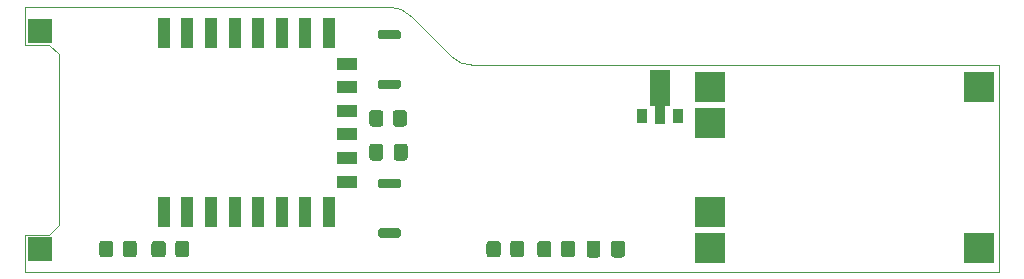
<source format=gbr>
%TF.GenerationSoftware,KiCad,Pcbnew,(5.1.7)-1*%
%TF.CreationDate,2021-10-09T11:13:05+02:00*%
%TF.ProjectId,window-sensor,77696e64-6f77-42d7-9365-6e736f722e6b,rev?*%
%TF.SameCoordinates,PX7270e00PY57bcf00*%
%TF.FileFunction,Paste,Top*%
%TF.FilePolarity,Positive*%
%FSLAX46Y46*%
G04 Gerber Fmt 4.6, Leading zero omitted, Abs format (unit mm)*
G04 Created by KiCad (PCBNEW (5.1.7)-1) date 2021-10-09 11:13:05*
%MOMM*%
%LPD*%
G01*
G04 APERTURE LIST*
%TA.AperFunction,Profile*%
%ADD10C,0.050000*%
%TD*%
%ADD11R,1.000000X2.500000*%
%ADD12R,1.800000X1.000000*%
%ADD13R,2.540000X2.540000*%
%ADD14R,2.000000X2.000000*%
%ADD15C,0.100000*%
%ADD16R,0.900000X1.300000*%
G04 APERTURE END LIST*
D10*
X-4900000Y-4100000D02*
X-4100000Y-4900000D01*
X-4900000Y-20200000D02*
X-4100000Y-19400000D01*
X-7000000Y-23300000D02*
X-7000000Y-20200000D01*
X-4900000Y-20200000D02*
X-7000000Y-20200000D01*
X-4100000Y-4900000D02*
X-4100000Y-19400000D01*
X-7000000Y-4100000D02*
X-4900000Y-4100000D01*
X23900000Y-900000D02*
G75*
G02*
X25770760Y-1744841I-59239J-2624840D01*
G01*
X30817250Y-5799023D02*
G75*
G02*
X29210000Y-5150000I-107250J2049023D01*
G01*
X30817250Y-5799024D02*
X75500000Y-5800000D01*
X25770760Y-1744841D02*
X29210000Y-5150000D01*
X-7000000Y-4100000D02*
X-7000000Y-900000D01*
X75500000Y-23300000D02*
X-7000000Y-23300000D01*
X75500000Y-5800000D02*
X75500000Y-23300000D01*
X-7000000Y-900000D02*
X23900000Y-900000D01*
%TO.C,100nF-1*%
G36*
G01*
X42650000Y-21875000D02*
X42650000Y-20925000D01*
G75*
G02*
X42900000Y-20675000I250000J0D01*
G01*
X43575000Y-20675000D01*
G75*
G02*
X43825000Y-20925000I0J-250000D01*
G01*
X43825000Y-21875000D01*
G75*
G02*
X43575000Y-22125000I-250000J0D01*
G01*
X42900000Y-22125000D01*
G75*
G02*
X42650000Y-21875000I0J250000D01*
G01*
G37*
G36*
G01*
X40575000Y-21875000D02*
X40575000Y-20925000D01*
G75*
G02*
X40825000Y-20675000I250000J0D01*
G01*
X41500000Y-20675000D01*
G75*
G02*
X41750000Y-20925000I0J-250000D01*
G01*
X41750000Y-21875000D01*
G75*
G02*
X41500000Y-22125000I-250000J0D01*
G01*
X40825000Y-22125000D01*
G75*
G02*
X40575000Y-21875000I0J250000D01*
G01*
G37*
%TD*%
D11*
%TO.C,ESP-12E1*%
X4770000Y-3090000D03*
X6770000Y-3090000D03*
X8770000Y-3090000D03*
X10770000Y-3090000D03*
X12770000Y-3090000D03*
X14770000Y-3090000D03*
X16770000Y-3090000D03*
X18770000Y-3090000D03*
D12*
X20270000Y-5690000D03*
X20270000Y-7690000D03*
X20270000Y-9690000D03*
X20270000Y-11690000D03*
X20270000Y-13690000D03*
X20270000Y-15690000D03*
D11*
X18770000Y-18290000D03*
X16770000Y-18290000D03*
X14770000Y-18290000D03*
X12770000Y-18290000D03*
X10770000Y-18290000D03*
X8770000Y-18290000D03*
X6770000Y-18290000D03*
X4770000Y-18290000D03*
%TD*%
D13*
%TO.C,TP4056*%
X73800000Y-21300000D03*
X73800000Y-7700000D03*
X51000000Y-21300000D03*
X51000000Y-18300000D03*
X51000000Y-10700000D03*
X51000000Y-7700000D03*
%TD*%
%TO.C,10k-3*%
G36*
G01*
X4933333Y-20949999D02*
X4933333Y-21850001D01*
G75*
G02*
X4683334Y-22100000I-249999J0D01*
G01*
X3983332Y-22100000D01*
G75*
G02*
X3733333Y-21850001I0J249999D01*
G01*
X3733333Y-20949999D01*
G75*
G02*
X3983332Y-20700000I249999J0D01*
G01*
X4683334Y-20700000D01*
G75*
G02*
X4933333Y-20949999I0J-249999D01*
G01*
G37*
G36*
G01*
X6933333Y-20949999D02*
X6933333Y-21850001D01*
G75*
G02*
X6683334Y-22100000I-249999J0D01*
G01*
X5983332Y-22100000D01*
G75*
G02*
X5733333Y-21850001I0J249999D01*
G01*
X5733333Y-20949999D01*
G75*
G02*
X5983332Y-20700000I249999J0D01*
G01*
X6683334Y-20700000D01*
G75*
G02*
X6933333Y-20949999I0J-249999D01*
G01*
G37*
%TD*%
%TO.C,FLASH1*%
G36*
G01*
X24680000Y-20450000D02*
X23080000Y-20450000D01*
G75*
G02*
X22880000Y-20250000I0J200000D01*
G01*
X22880000Y-19850000D01*
G75*
G02*
X23080000Y-19650000I200000J0D01*
G01*
X24680000Y-19650000D01*
G75*
G02*
X24880000Y-19850000I0J-200000D01*
G01*
X24880000Y-20250000D01*
G75*
G02*
X24680000Y-20450000I-200000J0D01*
G01*
G37*
G36*
G01*
X24680000Y-16250000D02*
X23080000Y-16250000D01*
G75*
G02*
X22880000Y-16050000I0J200000D01*
G01*
X22880000Y-15650000D01*
G75*
G02*
X23080000Y-15450000I200000J0D01*
G01*
X24680000Y-15450000D01*
G75*
G02*
X24880000Y-15650000I0J-200000D01*
G01*
X24880000Y-16050000D01*
G75*
G02*
X24680000Y-16250000I-200000J0D01*
G01*
G37*
%TD*%
%TO.C,RESET1*%
G36*
G01*
X24680000Y-7850000D02*
X23080000Y-7850000D01*
G75*
G02*
X22880000Y-7650000I0J200000D01*
G01*
X22880000Y-7250000D01*
G75*
G02*
X23080000Y-7050000I200000J0D01*
G01*
X24680000Y-7050000D01*
G75*
G02*
X24880000Y-7250000I0J-200000D01*
G01*
X24880000Y-7650000D01*
G75*
G02*
X24680000Y-7850000I-200000J0D01*
G01*
G37*
G36*
G01*
X24680000Y-3650000D02*
X23080000Y-3650000D01*
G75*
G02*
X22880000Y-3450000I0J200000D01*
G01*
X22880000Y-3050000D01*
G75*
G02*
X23080000Y-2850000I200000J0D01*
G01*
X24680000Y-2850000D01*
G75*
G02*
X24880000Y-3050000I0J-200000D01*
G01*
X24880000Y-3450000D01*
G75*
G02*
X24680000Y-3650000I-200000J0D01*
G01*
G37*
%TD*%
D14*
%TO.C,REED1*%
X-5700000Y-21360000D03*
X-5700000Y-2920000D03*
%TD*%
%TO.C,10k-2*%
G36*
G01*
X39600000Y-20949999D02*
X39600000Y-21850001D01*
G75*
G02*
X39350001Y-22100000I-249999J0D01*
G01*
X38649999Y-22100000D01*
G75*
G02*
X38400000Y-21850001I0J249999D01*
G01*
X38400000Y-20949999D01*
G75*
G02*
X38649999Y-20700000I249999J0D01*
G01*
X39350001Y-20700000D01*
G75*
G02*
X39600000Y-20949999I0J-249999D01*
G01*
G37*
G36*
G01*
X37600000Y-20949999D02*
X37600000Y-21850001D01*
G75*
G02*
X37350001Y-22100000I-249999J0D01*
G01*
X36649999Y-22100000D01*
G75*
G02*
X36400000Y-21850001I0J249999D01*
G01*
X36400000Y-20949999D01*
G75*
G02*
X36649999Y-20700000I249999J0D01*
G01*
X37350001Y-20700000D01*
G75*
G02*
X37600000Y-20949999I0J-249999D01*
G01*
G37*
%TD*%
%TO.C,10k-1*%
G36*
G01*
X32100000Y-21850001D02*
X32100000Y-20949999D01*
G75*
G02*
X32349999Y-20700000I249999J0D01*
G01*
X33050001Y-20700000D01*
G75*
G02*
X33300000Y-20949999I0J-249999D01*
G01*
X33300000Y-21850001D01*
G75*
G02*
X33050001Y-22100000I-249999J0D01*
G01*
X32349999Y-22100000D01*
G75*
G02*
X32100000Y-21850001I0J249999D01*
G01*
G37*
G36*
G01*
X34100000Y-21850001D02*
X34100000Y-20949999D01*
G75*
G02*
X34349999Y-20700000I249999J0D01*
G01*
X35050001Y-20700000D01*
G75*
G02*
X35300000Y-20949999I0J-249999D01*
G01*
X35300000Y-21850001D01*
G75*
G02*
X35050001Y-22100000I-249999J0D01*
G01*
X34349999Y-22100000D01*
G75*
G02*
X34100000Y-21850001I0J249999D01*
G01*
G37*
%TD*%
%TO.C,1M-1*%
G36*
G01*
X-700000Y-21850001D02*
X-700000Y-20949999D01*
G75*
G02*
X-450001Y-20700000I249999J0D01*
G01*
X250001Y-20700000D01*
G75*
G02*
X500000Y-20949999I0J-249999D01*
G01*
X500000Y-21850001D01*
G75*
G02*
X250001Y-22100000I-249999J0D01*
G01*
X-450001Y-22100000D01*
G75*
G02*
X-700000Y-21850001I0J249999D01*
G01*
G37*
G36*
G01*
X1300000Y-21850001D02*
X1300000Y-20949999D01*
G75*
G02*
X1549999Y-20700000I249999J0D01*
G01*
X2250001Y-20700000D01*
G75*
G02*
X2500000Y-20949999I0J-249999D01*
G01*
X2500000Y-21850001D01*
G75*
G02*
X2250001Y-22100000I-249999J0D01*
G01*
X1549999Y-22100000D01*
G75*
G02*
X1300000Y-21850001I0J249999D01*
G01*
G37*
%TD*%
D15*
%TO.C,HT7333*%
G36*
X47666500Y-6200000D02*
G01*
X47666500Y-9325000D01*
X47250000Y-9325000D01*
X47250000Y-10800000D01*
X46350000Y-10800000D01*
X46350000Y-9325000D01*
X45933500Y-9325000D01*
X45933500Y-6200000D01*
X47666500Y-6200000D01*
G37*
D16*
X48300000Y-10150000D03*
X45300000Y-10150000D03*
%TD*%
%TO.C,10k-4*%
G36*
G01*
X23370000Y-9883332D02*
X23370000Y-10783334D01*
G75*
G02*
X23120001Y-11033333I-249999J0D01*
G01*
X22419999Y-11033333D01*
G75*
G02*
X22170000Y-10783334I0J249999D01*
G01*
X22170000Y-9883332D01*
G75*
G02*
X22419999Y-9633333I249999J0D01*
G01*
X23120001Y-9633333D01*
G75*
G02*
X23370000Y-9883332I0J-249999D01*
G01*
G37*
G36*
G01*
X25370000Y-9883332D02*
X25370000Y-10783334D01*
G75*
G02*
X25120001Y-11033333I-249999J0D01*
G01*
X24419999Y-11033333D01*
G75*
G02*
X24170000Y-10783334I0J249999D01*
G01*
X24170000Y-9883332D01*
G75*
G02*
X24419999Y-9633333I249999J0D01*
G01*
X25120001Y-9633333D01*
G75*
G02*
X25370000Y-9883332I0J-249999D01*
G01*
G37*
%TD*%
%TO.C,100nF-2*%
G36*
G01*
X22175000Y-13671666D02*
X22175000Y-12721666D01*
G75*
G02*
X22425000Y-12471666I250000J0D01*
G01*
X23100000Y-12471666D01*
G75*
G02*
X23350000Y-12721666I0J-250000D01*
G01*
X23350000Y-13671666D01*
G75*
G02*
X23100000Y-13921666I-250000J0D01*
G01*
X22425000Y-13921666D01*
G75*
G02*
X22175000Y-13671666I0J250000D01*
G01*
G37*
G36*
G01*
X24250000Y-13671666D02*
X24250000Y-12721666D01*
G75*
G02*
X24500000Y-12471666I250000J0D01*
G01*
X25175000Y-12471666D01*
G75*
G02*
X25425000Y-12721666I0J-250000D01*
G01*
X25425000Y-13671666D01*
G75*
G02*
X25175000Y-13921666I-250000J0D01*
G01*
X24500000Y-13921666D01*
G75*
G02*
X24250000Y-13671666I0J250000D01*
G01*
G37*
%TD*%
M02*

</source>
